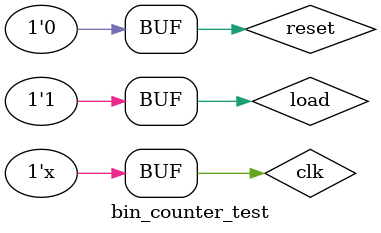
<source format=v>
`timescale 1ns / 1ps


module bin_counter_test;

	// Inputs
	reg load;
	reg clk;
	reg reset;

	// Outputs
	wire [3:0] q;
	wire [3:0] qbar;

	// Instantiate the Unit Under Test (UUT)
	bin_counter uut (
		.q(q), 
		.qbar(qbar), 
		.load(load), 
		.clk(clk), 
		.reset(reset)
	);

	initial begin
		// Initialize Inputs
		load = 1;
		clk = 0;
		reset = 1;

		// Wait 100 ns for global reset to finish
		#100;
		reset = 0;
        
		// Add stimulus here

	end
      
	always
			#1 clk = !clk;
endmodule


</source>
